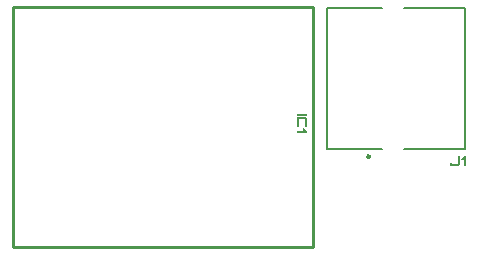
<source format=gbr>
G04*
G04 #@! TF.GenerationSoftware,Altium Limited,Altium Designer,23.1.1 (15)*
G04*
G04 Layer_Color=65535*
%FSLAX44Y44*%
%MOMM*%
G71*
G04*
G04 #@! TF.SameCoordinates,4BF497F3-78CA-41F9-8CC1-BB5D37DA9F24*
G04*
G04*
G04 #@! TF.FilePolarity,Positive*
G04*
G01*
G75*
%ADD10C,0.2500*%
%ADD11C,0.2540*%
%ADD12C,0.2000*%
G36*
X397984Y74850D02*
Y74828D01*
Y74765D01*
X397973Y74670D01*
X397952Y74554D01*
X397920Y74416D01*
X397878Y74268D01*
X397825Y74120D01*
X397740Y73962D01*
X397730Y73941D01*
X397698Y73899D01*
X397645Y73825D01*
X397571Y73740D01*
X397476Y73634D01*
X397371Y73539D01*
X397244Y73434D01*
X397106Y73338D01*
X397085Y73328D01*
X397043Y73307D01*
X396959Y73265D01*
X396853Y73222D01*
X396726Y73180D01*
X396568Y73138D01*
X396409Y73117D01*
X396229Y73106D01*
X390904D01*
X390819Y73117D01*
X390693Y73138D01*
X390566Y73159D01*
X390418Y73201D01*
X390259Y73265D01*
X390112Y73338D01*
X390090Y73349D01*
X390048Y73381D01*
X389974Y73434D01*
X389890Y73508D01*
X389784Y73592D01*
X389678Y73698D01*
X389573Y73825D01*
X389478Y73962D01*
X389467Y73983D01*
X389446Y74036D01*
X389403Y74110D01*
X389361Y74226D01*
X389319Y74353D01*
X389277Y74511D01*
X389256Y74670D01*
X389245Y74850D01*
Y75906D01*
X390989D01*
Y74934D01*
Y74924D01*
Y74913D01*
X391010Y74871D01*
X391020Y74860D01*
X396177D01*
X396198Y74871D01*
X396208Y74892D01*
Y74902D01*
Y74934D01*
X396219Y81834D01*
X397984D01*
Y74850D01*
D02*
G37*
G36*
X403235Y73106D02*
X401502D01*
Y79266D01*
X400974Y78601D01*
X398681D01*
X401396Y81834D01*
X403235D01*
Y73106D01*
D02*
G37*
G36*
X268524Y115840D02*
X259796D01*
Y117573D01*
X268524D01*
Y115840D01*
D02*
G37*
G36*
X266960Y114720D02*
X267076Y114699D01*
X267214Y114677D01*
X267351Y114635D01*
X267509Y114572D01*
X267658Y114498D01*
X267679Y114487D01*
X267721Y114456D01*
X267795Y114403D01*
X267879Y114329D01*
X267985Y114234D01*
X268091Y114128D01*
X268186Y114001D01*
X268281Y113864D01*
X268291Y113843D01*
X268323Y113790D01*
X268355Y113716D01*
X268408Y113610D01*
X268450Y113473D01*
X268482Y113325D01*
X268513Y113167D01*
X268524Y112987D01*
Y106024D01*
X266770D01*
Y112638D01*
X266759Y112681D01*
X266728Y112786D01*
X266664Y112881D01*
X266643Y112902D01*
X266590Y112934D01*
X266495Y112966D01*
X266358Y112987D01*
X261962D01*
X261952D01*
X261931D01*
X261899Y112976D01*
X261856D01*
X261751Y112945D01*
X261656Y112881D01*
Y112871D01*
X261635Y112860D01*
X261603Y112797D01*
X261571Y112702D01*
X261550Y112575D01*
Y106024D01*
X259796D01*
Y113071D01*
X259807Y113156D01*
X259828Y113283D01*
X259849Y113410D01*
X259891Y113558D01*
X259955Y113716D01*
X260028Y113864D01*
X260039Y113885D01*
X260071Y113927D01*
X260124Y114001D01*
X260198Y114086D01*
X260282Y114192D01*
X260388Y114297D01*
X260515Y114403D01*
X260652Y114498D01*
X260673Y114508D01*
X260726Y114530D01*
X260800Y114572D01*
X260916Y114614D01*
X261043Y114656D01*
X261201Y114699D01*
X261360Y114720D01*
X261539Y114730D01*
X266780D01*
X266791D01*
X266802D01*
X266865D01*
X266960Y114720D01*
D02*
G37*
G36*
X268524Y102706D02*
Y100867D01*
X259796D01*
Y102600D01*
X265956D01*
X265291Y103128D01*
Y105421D01*
X268524Y102706D01*
D02*
G37*
D10*
X321920Y81320D02*
G03*
X321920Y81320I-1250J0D01*
G01*
D11*
X19576Y4336D02*
Y207536D01*
X273576Y4336D02*
Y207536D01*
X19576D02*
X273576D01*
X19576Y4336D02*
X273576D01*
D12*
X350920Y207320D02*
X402670D01*
X285670D02*
X332420D01*
X285670Y87320D02*
Y207320D01*
X350920Y87320D02*
X402670D01*
X285670D02*
X332420D01*
X402670D02*
Y207320D01*
M02*

</source>
